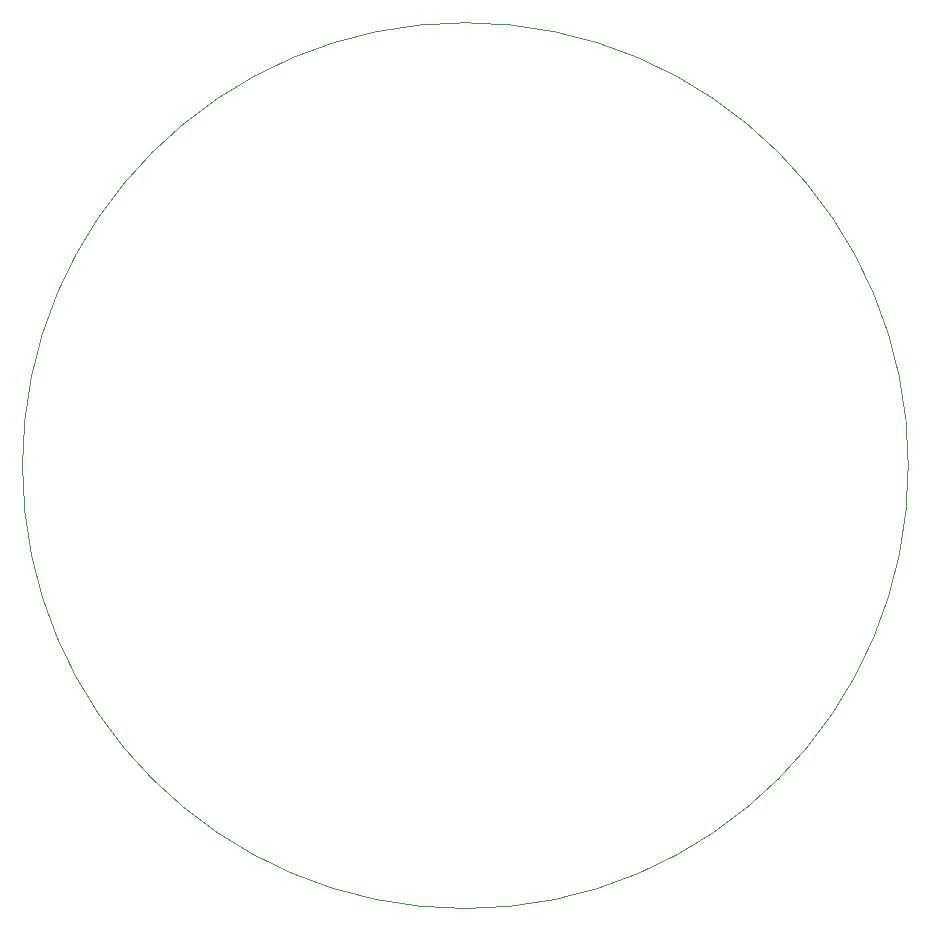
<source format=gbr>
%TF.GenerationSoftware,KiCad,Pcbnew,8.0.1-rc1*%
%TF.CreationDate,2024-04-17T17:45:35-07:00*%
%TF.ProjectId,Toolhead Board Breakout,546f6f6c-6865-4616-9420-426f61726420,rev?*%
%TF.SameCoordinates,Original*%
%TF.FileFunction,Profile,NP*%
%FSLAX46Y46*%
G04 Gerber Fmt 4.6, Leading zero omitted, Abs format (unit mm)*
G04 Created by KiCad (PCBNEW 8.0.1-rc1) date 2024-04-17 17:45:35*
%MOMM*%
%LPD*%
G01*
G04 APERTURE LIST*
%TA.AperFunction,Profile*%
%ADD10C,0.050000*%
%TD*%
G04 APERTURE END LIST*
D10*
X112500000Y-75000000D02*
G75*
G02*
X37500000Y-75000000I-37500000J0D01*
G01*
X37500000Y-75000000D02*
G75*
G02*
X112500000Y-75000000I37500000J0D01*
G01*
M02*

</source>
